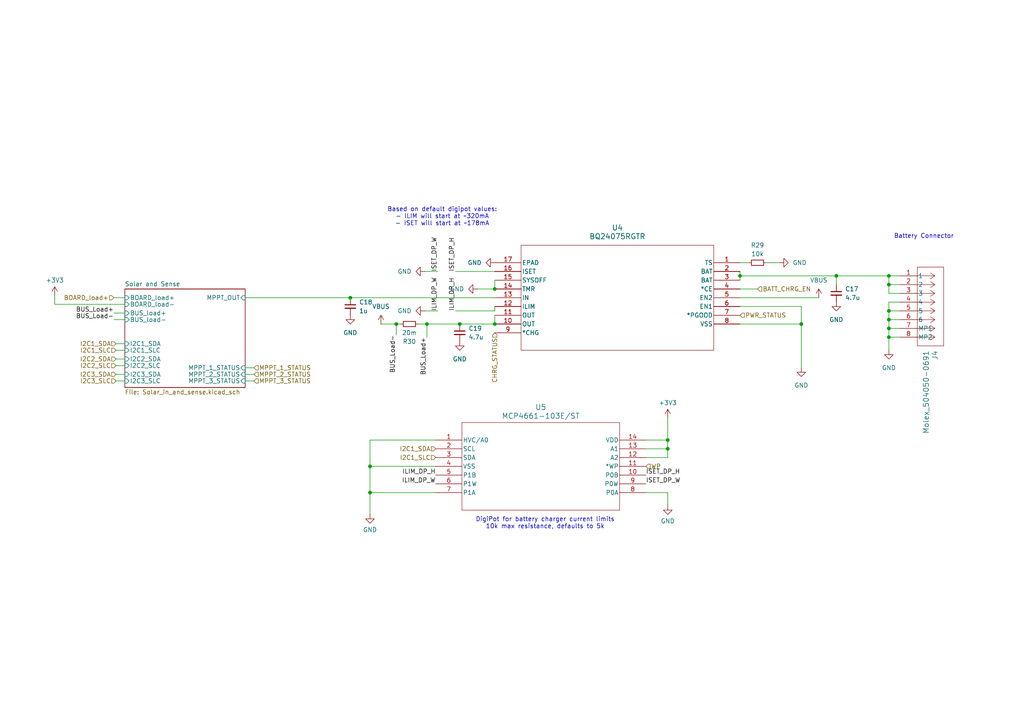
<source format=kicad_sch>
(kicad_sch (version 20231120) (generator "eeschema") (generator_version "8.0")
  (paper "A4")
  (lib_symbols
    (symbol "BQ24075:BQ24075RGTR" (pin_names (offset 0.254))
      (property "Reference" "U" (at 35.56 10.16 0))
      (property "Value" "BQ24075RGTR" (at 35.56 7.62 0))
      (symbol "BQ24075RGTR_0_1"
        (polyline (pts (xy 7.62 -25.4) (xy 63.5 -25.4)) (stroke (width 0.127)))
        (polyline (pts (xy 7.62 5.08) (xy 7.62 -25.4)) (stroke (width 0.127)))
        (polyline (pts (xy 63.5 -25.4) (xy 63.5 5.08)) (stroke (width 0.127)))
        (polyline (pts (xy 63.5 5.08) (xy 7.62 5.08)) (stroke (width 0.127)))
        (pin input line (at 0 0 0) (length 7.62) (name "TS") (number "1"))
        (pin output line (at 71.12 -17.78 180) (length 7.62) (name "OUT") (number "10"))
        (pin output line (at 71.12 -15.24 180) (length 7.62) (name "OUT") (number "11"))
        (pin input line (at 71.12 -12.7 180) (length 7.62) (name "ILIM") (number "12"))
        (pin input line (at 71.12 -10.16 180) (length 7.62) (name "IN") (number "13"))
        (pin input line (at 71.12 -7.62 180) (length 7.62) (name "TMR") (number "14"))
        (pin input line (at 71.12 -5.08 180) (length 7.62) (name "SYSOFF") (number "15"))
        (pin bidirectional line (at 71.12 -2.54 180) (length 7.62) (name "ISET") (number "16"))
        (pin power_in line (at 71.12 0 180) (length 7.62) (name "EPAD") (number "17"))
        (pin bidirectional line (at 0 -2.54 0) (length 7.62) (name "BAT") (number "2"))
        (pin bidirectional line (at 0 -5.08 0) (length 7.62) (name "BAT") (number "3"))
        (pin input line (at 0 -7.62 0) (length 7.62) (name "*CE") (number "4"))
        (pin input line (at 0 -10.16 0) (length 7.62) (name "EN2") (number "5"))
        (pin input line (at 0 -12.7 0) (length 7.62) (name "EN1") (number "6"))
        (pin output line (at 0 -15.24 0) (length 7.62) (name "*PGOOD") (number "7"))
        (pin power_in line (at 0 -17.78 0) (length 7.62) (name "VSS") (number "8"))
        (pin output line (at 71.12 -20.32 180) (length 7.62) (name "*CHG") (number "9"))
      )
    )
    (symbol "Device:C_Small" (pin_numbers hide) (pin_names (offset 0.254) hide)
      (property "Reference" "C" (at 0.254 1.778 0))
      (property "Value" "C_Small" (at 0.254 -2.032 0))
      (symbol "C_Small_0_1"
        (polyline (pts (xy -1.524 -0.508) (xy 1.524 -0.508)) (stroke (width 0.3302)))
        (polyline (pts (xy -1.524 0.508) (xy 1.524 0.508)) (stroke (width 0.3048)))
      )
      (symbol "C_Small_1_1"
        (pin passive line (at 0 2.54 270) (length 2.032) (name "~") (number "1"))
        (pin passive line (at 0 -2.54 90) (length 2.032) (name "~") (number "2"))
      )
    )
    (symbol "Device:R_Small" (pin_numbers hide) (pin_names (offset 0.254) hide)
      (property "Reference" "R" (at 0.762 0.508 0))
      (property "Value" "R_Small" (at 0.762 -1.016 0))
      (symbol "R_Small_0_1"
        (rectangle (start -0.762 1.778) (end 0.762 -1.778) (stroke (width 0.2032)))
      )
      (symbol "R_Small_1_1"
        (pin passive line (at 0 2.54 270) (length 0.762) (name "~") (number "1"))
        (pin passive line (at 0 -2.54 90) (length 0.762) (name "~") (number "2"))
      )
    )
    (symbol "MCP4661:MCP4661-103E_ST" (pin_names (offset 0.254))
      (property "Reference" "U" (at 30.48 10.16 0))
      (property "Value" "MCP4661-103E/ST" (at 30.48 7.62 0))
      (symbol "MCP4661-103E_ST_0_1"
        (polyline (pts (xy 7.62 -20.32) (xy 53.34 -20.32)) (stroke (width 0.127)))
        (polyline (pts (xy 7.62 5.08) (xy 7.62 -20.32)) (stroke (width 0.127)))
        (polyline (pts (xy 53.34 -20.32) (xy 53.34 5.08)) (stroke (width 0.127)))
        (polyline (pts (xy 53.34 5.08) (xy 7.62 5.08)) (stroke (width 0.127)))
        (pin input line (at 0 0 0) (length 7.62) (name "HVC/A0") (number "1"))
        (pin input line (at 60.96 -7.62 180) (length 7.62) (name "*WP") (number "11"))
        (pin input line (at 60.96 -5.08 180) (length 7.62) (name "A2") (number "12"))
        (pin input line (at 60.96 -2.54 180) (length 7.62) (name "A1") (number "13"))
        (pin power_in line (at 60.96 0 180) (length 7.62) (name "VDD") (number "14"))
        (pin input line (at 0 -2.54 0) (length 7.62) (name "SCL") (number "2"))
        (pin bidirectional line (at 0 -5.08 0) (length 7.62) (name "SDA") (number "3"))
        (pin power_in line (at 0 -7.62 0) (length 7.62) (name "VSS") (number "4"))
      )
      (symbol "MCP4661-103E_ST_1_1"
        (pin passive line (at 60.96 -10.16 180) (length 7.62) (name "P0B") (number "10"))
        (pin passive line (at 0 -10.16 0) (length 7.62) (name "P1B") (number "5"))
        (pin passive line (at 0 -12.7 0) (length 7.62) (name "P1W") (number "6"))
        (pin passive line (at 0 -15.24 0) (length 7.62) (name "P1A") (number "7"))
        (pin passive line (at 60.96 -15.24 180) (length 7.62) (name "P0A") (number "8"))
        (pin passive line (at 60.96 -12.7 180) (length 7.62) (name "P0W") (number "9"))
      )
    )
    (symbol "TVSC:Molex_504050-0691" (pin_names (offset 0.254))
      (property "Reference" "J" (at 13.97 -7.62 0))
      (property "Value" "Molex_504050-0691" (at 25.4 -10.16 0))
      (symbol "Molex_504050-0691_1_1"
        (polyline (pts (xy 5.08 -20.32) (xy 12.7 -20.32)) (stroke (width 0.127)))
        (polyline (pts (xy 5.08 2.54) (xy 5.08 -20.32)) (stroke (width 0.127)))
        (polyline (pts (xy 10.16 -17.78) (xy 5.08 -17.78)) (stroke (width 0.127)))
        (polyline (pts (xy 10.16 -17.78) (xy 8.89 -18.6267)) (stroke (width 0.127)))
        (polyline (pts (xy 10.16 -17.78) (xy 8.89 -16.9333)) (stroke (width 0.127)))
        (polyline (pts (xy 10.16 -15.24) (xy 5.08 -15.24)) (stroke (width 0.127)))
        (polyline (pts (xy 10.16 -15.24) (xy 8.89 -16.0867)) (stroke (width 0.127)))
        (polyline (pts (xy 10.16 -15.24) (xy 8.89 -14.3933)) (stroke (width 0.127)))
        (polyline (pts (xy 10.16 -12.7) (xy 5.08 -12.7)) (stroke (width 0.127)))
        (polyline (pts (xy 10.16 -12.7) (xy 8.89 -13.5467)) (stroke (width 0.127)))
        (polyline (pts (xy 10.16 -12.7) (xy 8.89 -11.8533)) (stroke (width 0.127)))
        (polyline (pts (xy 10.16 -10.16) (xy 5.08 -10.16)) (stroke (width 0.127)))
        (polyline (pts (xy 10.16 -10.16) (xy 8.89 -11.0067)) (stroke (width 0.127)))
        (polyline (pts (xy 10.16 -10.16) (xy 8.89 -9.3133)) (stroke (width 0.127)))
        (polyline (pts (xy 10.16 -7.62) (xy 5.08 -7.62)) (stroke (width 0.127)))
        (polyline (pts (xy 10.16 -7.62) (xy 8.89 -8.4667)) (stroke (width 0.127)))
        (polyline (pts (xy 10.16 -7.62) (xy 8.89 -6.7733)) (stroke (width 0.127)))
        (polyline (pts (xy 10.16 -5.08) (xy 5.08 -5.08)) (stroke (width 0.127)))
        (polyline (pts (xy 10.16 -5.08) (xy 8.89 -5.9267)) (stroke (width 0.127)))
        (polyline (pts (xy 10.16 -5.08) (xy 8.89 -4.2333)) (stroke (width 0.127)))
        (polyline (pts (xy 10.16 -2.54) (xy 5.08 -2.54)) (stroke (width 0.127)))
        (polyline (pts (xy 10.16 -2.54) (xy 8.89 -3.3867)) (stroke (width 0.127)))
        (polyline (pts (xy 10.16 -2.54) (xy 8.89 -1.6933)) (stroke (width 0.127)))
        (polyline (pts (xy 10.16 0) (xy 5.08 0)) (stroke (width 0.127)))
        (polyline (pts (xy 10.16 0) (xy 8.89 -0.8467)) (stroke (width 0.127)))
        (polyline (pts (xy 10.16 0) (xy 8.89 0.8467)) (stroke (width 0.127)))
        (polyline (pts (xy 12.7 -20.32) (xy 12.7 2.54)) (stroke (width 0.127)))
        (polyline (pts (xy 12.7 2.54) (xy 5.08 2.54)) (stroke (width 0.127)))
        (pin passive line (at 0 0 0) (length 5.08) (name "1") (number "1"))
        (pin passive line (at 0 -2.54 0) (length 5.08) (name "2") (number "2"))
        (pin passive line (at 0 -5.08 0) (length 5.08) (name "3") (number "3"))
        (pin passive line (at 0 -7.62 0) (length 5.08) (name "4") (number "4"))
        (pin passive line (at 0 -10.16 0) (length 5.08) (name "5") (number "5"))
        (pin passive line (at 0 -12.7 0) (length 5.08) (name "6") (number "6"))
        (pin power_in line (at 0 -15.24 0) (length 5.08) (name "MP1") (number "7"))
        (pin power_in line (at 0 -17.78 0) (length 5.08) (name "MP2") (number "8"))
      )
      (symbol "Molex_504050-0691_1_2"
        (polyline (pts (xy 5.08 -20.32) (xy 12.7 -20.32)) (stroke (width 0.127)))
        (polyline (pts (xy 5.08 2.54) (xy 5.08 -20.32)) (stroke (width 0.127)))
        (polyline (pts (xy 7.62 -17.78) (xy 5.08 -17.78)) (stroke (width 0.127)))
        (polyline (pts (xy 7.62 -17.78) (xy 8.89 -18.6267)) (stroke (width 0.127)))
        (polyline (pts (xy 7.62 -17.78) (xy 8.89 -16.9333)) (stroke (width 0.127)))
        (polyline (pts (xy 7.62 -15.24) (xy 5.08 -15.24)) (stroke (width 0.127)))
        (polyline (pts (xy 7.62 -15.24) (xy 8.89 -16.0867)) (stroke (width 0.127)))
        (polyline (pts (xy 7.62 -15.24) (xy 8.89 -14.3933)) (stroke (width 0.127)))
        (polyline (pts (xy 7.62 -12.7) (xy 5.08 -12.7)) (stroke (width 0.127)))
        (polyline (pts (xy 7.62 -12.7) (xy 8.89 -13.5467)) (stroke (width 0.127)))
        (polyline (pts (xy 7.62 -12.7) (xy 8.89 -11.8533)) (stroke (width 0.127)))
        (polyline (pts (xy 7.62 -10.16) (xy 5.08 -10.16)) (stroke (width 0.127)))
        (polyline (pts (xy 7.62 -10.16) (xy 8.89 -11.0067)) (stroke (width 0.127)))
        (polyline (pts (xy 7.62 -10.16) (xy 8.89 -9.3133)) (stroke (width 0.127)))
        (polyline (pts (xy 7.62 -7.62) (xy 5.08 -7.62)) (stroke (width 0.127)))
        (polyline (pts (xy 7.62 -7.62) (xy 8.89 -8.4667)) (stroke (width 0.127)))
        (polyline (pts (xy 7.62 -7.62) (xy 8.89 -6.7733)) (stroke (width 0.127)))
        (polyline (pts (xy 7.62 -5.08) (xy 5.08 -5.08)) (stroke (width 0.127)))
        (polyline (pts (xy 7.62 -5.08) (xy 8.89 -5.9267)) (stroke (width 0.127)))
        (polyline (pts (xy 7.62 -5.08) (xy 8.89 -4.2333)) (stroke (width 0.127)))
        (polyline (pts (xy 7.62 -2.54) (xy 5.08 -2.54)) (stroke (width 0.127)))
        (polyline (pts (xy 7.62 -2.54) (xy 8.89 -3.3867)) (stroke (width 0.127)))
        (polyline (pts (xy 7.62 -2.54) (xy 8.89 -1.6933)) (stroke (width 0.127)))
        (polyline (pts (xy 7.62 0) (xy 5.08 0)) (stroke (width 0.127)))
        (polyline (pts (xy 7.62 0) (xy 8.89 -0.8467)) (stroke (width 0.127)))
        (polyline (pts (xy 7.62 0) (xy 8.89 0.8467)) (stroke (width 0.127)))
        (polyline (pts (xy 12.7 -20.32) (xy 12.7 2.54)) (stroke (width 0.127)))
        (polyline (pts (xy 12.7 2.54) (xy 5.08 2.54)) (stroke (width 0.127)))
        (pin unspecified line (at 0 0 0) (length 5.08) (name "1") (number "1"))
        (pin unspecified line (at 0 -2.54 0) (length 5.08) (name "2") (number "2"))
        (pin unspecified line (at 0 -5.08 0) (length 5.08) (name "3") (number "3"))
        (pin unspecified line (at 0 -7.62 0) (length 5.08) (name "4") (number "4"))
        (pin unspecified line (at 0 -10.16 0) (length 5.08) (name "5") (number "5"))
        (pin unspecified line (at 0 -12.7 0) (length 5.08) (name "6") (number "6"))
        (pin unspecified line (at 0 -15.24 0) (length 5.08) (name "7") (number "7"))
        (pin unspecified line (at 0 -17.78 0) (length 5.08) (name "8") (number "8"))
      )
    )
    (symbol "power:+3V3" (power) (pin_numbers hide) (pin_names (offset 0) hide)
      (property "Value" "+3V3" (at 0 3.556 0))
      (symbol "+3V3_0_1"
        (polyline (pts (xy -0.762 1.27) (xy 0 2.54)))
        (polyline (pts (xy 0 0) (xy 0 2.54)))
        (polyline (pts (xy 0 2.54) (xy 0.762 1.27)))
      )
      (symbol "+3V3_1_1"
        (pin power_in line (at 0 0 90) (length 0) (name "~") (number "1"))
      )
    )
    (symbol "power:GND" (power) (pin_numbers hide) (pin_names (offset 0) hide)
      (property "Value" "GND" (at 0 -3.81 0))
      (symbol "GND_0_1"
        (polyline (pts (xy 0 0) (xy 0 -1.27) (xy 1.27 -1.27) (xy 0 -2.54) (xy -1.27 -1.27) (xy 0 -1.27)))
      )
      (symbol "GND_1_1"
        (pin power_in line (at 0 0 270) (length 0) (name "~") (number "1"))
      )
    )
    (symbol "power:VBUS" (power) (pin_numbers hide) (pin_names (offset 0) hide)
      (property "Value" "VBUS" (at 0 3.556 0))
      (symbol "VBUS_0_1"
        (polyline (pts (xy -0.762 1.27) (xy 0 2.54)))
        (polyline (pts (xy 0 0) (xy 0 2.54)))
        (polyline (pts (xy 0 2.54) (xy 0.762 1.27)))
      )
      (symbol "VBUS_1_1"
        (pin power_in line (at 0 0 90) (length 0) (name "~") (number "1"))
      )
    )
  )
  (junction (at 107.315 135.255))
  (junction (at 257.81 82.55))
  (junction (at 123.825 93.98))
  (junction (at 133.35 93.98))
  (junction (at 257.81 80.01))
  (junction (at 214.63 80.01))
  (junction (at 101.6 86.36))
  (junction (at 193.675 127.635))
  (junction (at 242.57 80.01))
  (junction (at 257.81 95.25))
  (junction (at 257.81 97.79))
  (junction (at 143.51 93.98))
  (junction (at 107.315 142.875))
  (junction (at 114.935 93.98))
  (junction (at 232.41 93.98))
  (junction (at 193.675 130.175))
  (junction (at 143.51 83.82))
  (junction (at 257.81 92.71))
  (junction (at 257.81 90.17))
  (wire (pts (xy 214.63 88.9) (xy 232.41 88.9)))
  (wire (pts (xy 33.02 86.36) (xy 36.195 86.36)))
  (wire (pts (xy 257.81 95.25) (xy 260.985 95.25)))
  (wire (pts (xy 132.08 90.17) (xy 143.51 90.17)))
  (wire (pts (xy 257.81 97.79) (xy 257.81 95.25)))
  (wire (pts (xy 214.63 83.82) (xy 219.71 83.82)))
  (wire (pts (xy 126.365 135.255) (xy 107.315 135.255)))
  (wire (pts (xy 123.825 93.98) (xy 123.825 97.79)))
  (wire (pts (xy 110.49 93.98) (xy 114.935 93.98)))
  (wire (pts (xy 107.315 127.635) (xy 107.315 135.255)))
  (wire (pts (xy 193.675 142.875) (xy 187.325 142.875)))
  (wire (pts (xy 143.51 91.44) (xy 143.51 93.98)))
  (wire (pts (xy 71.12 110.49) (xy 73.66 110.49)))
  (wire (pts (xy 193.675 146.685) (xy 193.675 142.875)))
  (wire (pts (xy 214.63 80.01) (xy 242.57 80.01)))
  (wire (pts (xy 232.41 88.9) (xy 232.41 93.98)))
  (wire (pts (xy 138.43 83.82) (xy 143.51 83.82)))
  (wire (pts (xy 214.63 76.2) (xy 217.17 76.2)))
  (wire (pts (xy 33.655 110.49) (xy 36.195 110.49)))
  (wire (pts (xy 214.63 86.36) (xy 237.49 86.36)))
  (wire (pts (xy 193.675 127.635) (xy 187.325 127.635)))
  (wire (pts (xy 143.51 81.28) (xy 143.51 83.82)))
  (wire (pts (xy 33.02 92.71) (xy 36.195 92.71)))
  (wire (pts (xy 187.325 130.175) (xy 193.675 130.175)))
  (wire (pts (xy 114.935 93.98) (xy 114.935 97.155)))
  (wire (pts (xy 257.81 85.09) (xy 257.81 82.55)))
  (wire (pts (xy 114.935 93.98) (xy 116.205 93.98)))
  (wire (pts (xy 123.825 93.98) (xy 133.35 93.98)))
  (wire (pts (xy 232.41 106.68) (xy 232.41 93.98)))
  (wire (pts (xy 260.985 85.09) (xy 257.81 85.09)))
  (wire (pts (xy 15.875 85.725) (xy 15.875 88.265)))
  (wire (pts (xy 257.81 90.17) (xy 260.985 90.17)))
  (wire (pts (xy 107.315 142.875) (xy 126.365 142.875)))
  (wire (pts (xy 107.315 149.225) (xy 107.315 142.875)))
  (wire (pts (xy 214.63 93.98) (xy 232.41 93.98)))
  (wire (pts (xy 33.655 108.585) (xy 36.195 108.585)))
  (wire (pts (xy 33.02 90.805) (xy 36.195 90.805)))
  (wire (pts (xy 123.19 90.17) (xy 127 90.17)))
  (wire (pts (xy 257.81 82.55) (xy 257.81 80.01)))
  (wire (pts (xy 242.57 80.01) (xy 257.81 80.01)))
  (wire (pts (xy 33.655 106.045) (xy 36.195 106.045)))
  (wire (pts (xy 126.365 127.635) (xy 107.315 127.635)))
  (wire (pts (xy 71.12 86.36) (xy 101.6 86.36)))
  (wire (pts (xy 193.675 121.285) (xy 193.675 127.635)))
  (wire (pts (xy 242.57 82.55) (xy 242.57 80.01)))
  (wire (pts (xy 214.63 80.01) (xy 214.63 81.28)))
  (wire (pts (xy 260.985 87.63) (xy 257.81 87.63)))
  (wire (pts (xy 257.81 90.17) (xy 257.81 92.71)))
  (wire (pts (xy 132.08 78.74) (xy 143.51 78.74)))
  (wire (pts (xy 71.12 106.68) (xy 73.66 106.68)))
  (wire (pts (xy 260.985 92.71) (xy 257.81 92.71)))
  (wire (pts (xy 257.81 87.63) (xy 257.81 90.17)))
  (wire (pts (xy 71.12 108.585) (xy 73.66 108.585)))
  (wire (pts (xy 123.19 78.74) (xy 127 78.74)))
  (wire (pts (xy 214.63 78.74) (xy 214.63 80.01)))
  (wire (pts (xy 143.51 90.17) (xy 143.51 88.9)))
  (wire (pts (xy 133.35 93.98) (xy 143.51 93.98)))
  (wire (pts (xy 15.875 88.265) (xy 36.195 88.265)))
  (wire (pts (xy 193.675 132.715) (xy 193.675 130.175)))
  (wire (pts (xy 121.285 93.98) (xy 123.825 93.98)))
  (wire (pts (xy 101.6 86.36) (xy 143.51 86.36)))
  (wire (pts (xy 257.81 92.71) (xy 257.81 95.25)))
  (wire (pts (xy 187.325 132.715) (xy 193.675 132.715)))
  (wire (pts (xy 33.655 101.6) (xy 36.195 101.6)))
  (wire (pts (xy 33.655 99.695) (xy 36.195 99.695)))
  (wire (pts (xy 222.25 76.2) (xy 226.06 76.2)))
  (wire (pts (xy 257.81 97.79) (xy 260.985 97.79)))
  (wire (pts (xy 257.81 101.6) (xy 257.81 97.79)))
  (wire (pts (xy 107.315 142.875) (xy 107.315 135.255)))
  (wire (pts (xy 193.675 130.175) (xy 193.675 127.635)))
  (wire (pts (xy 257.81 80.01) (xy 260.985 80.01)))
  (wire (pts (xy 260.985 82.55) (xy 257.81 82.55)))
  (wire (pts (xy 33.655 104.14) (xy 36.195 104.14)))
  (text "Based on default digipot values:\n- ILIM will start at ~320mA\n- ISET will start at ~178mA" (at 128.27 62.865 0) (effects (font (size 1.27 1.27))))
  (text "Battery Connector" (at 267.97 68.58 0) (effects (font (size 1.27 1.27))))
  (text "DigiPot for battery charger current limits\n10k max resistance, defaults to 5k" (at 158.115 151.765 0) (effects (font (size 1.27 1.27))))
  (label "BUS_Load-" (at 33.02 92.71 180))
  (label "ISET_DP_W" (at 187.325 140.335 0))
  (label "ISET_DP_H" (at 132.08 78.74 90))
  (label "ISET_DP_W" (at 127 78.74 90))
  (label "ILIM_DP_W" (at 127 90.17 90))
  (label "ILIM_DP_H" (at 132.08 90.17 90))
  (label "BUS_Load+" (at 123.825 97.79 270))
  (label "ILIM_DP_W" (at 126.365 140.335 180))
  (label "ISET_DP_H" (at 187.325 137.795 0))
  (label "ILIM_DP_H" (at 126.365 137.795 180))
  (label "BUS_Load+" (at 33.02 90.805 180))
  (label "BUS_Load-" (at 114.935 97.155 270))
  (hierarchical_label "I2C3_SLC" (shape input) (at 33.655 110.49 180))
  (hierarchical_label "BATT_CHRG_EN" (shape input) (at 219.71 83.82 0))
  (hierarchical_label "MPPT_2_STATUS" (shape input) (at 73.66 108.585 0))
  (hierarchical_label "MPPT_1_STATUS" (shape input) (at 73.66 106.68 0))
  (hierarchical_label "MPPT_3_STATUS" (shape input) (at 73.66 110.49 0))
  (hierarchical_label "I2C2_SDA" (shape input) (at 33.655 104.14 180))
  (hierarchical_label "WP" (shape input) (at 187.325 135.255 0))
  (hierarchical_label "I2C3_SDA" (shape input) (at 33.655 108.585 180))
  (hierarchical_label "PWR_STATUS" (shape input) (at 214.63 91.44 0))
  (hierarchical_label "I2C2_SLC" (shape input) (at 33.655 106.045 180))
  (hierarchical_label "I2C1_SLC" (shape input) (at 126.365 132.715 180))
  (hierarchical_label "I2C1_SLC" (shape input) (at 33.655 101.6 180))
  (hierarchical_label "I2C1_SDA" (shape input) (at 33.655 99.695 180))
  (hierarchical_label "BOARD_load+" (shape input) (at 33.02 86.36 180))
  (hierarchical_label "CHRG_STATUS" (shape input) (at 143.51 96.52 270))
  (hierarchical_label "I2C1_SDA" (shape input) (at 126.365 130.175 180))
  (symbol (lib_id "power:+3V3") (at 193.675 121.285 0) (unit 1)
    (property "Reference" "#PWR054" (effects (hide yes)))
    (property "Value" "+3V3" (at 193.675 116.84 0))
    (property "Description" "Power symbol creates a global label with name \"+3V3\"" (effects (hide yes)))
    (instances (project "" (path "" (reference "#PWR054") (unit 1))) (project "" (path "" (reference "#PWR025") (unit 1))))
  )
  (symbol (lib_id "power:GND") (at 133.35 99.06 0) (unit 1)
    (property "Reference" "#PWR051" (effects (hide yes)))
    (property "Value" "GND" (at 133.35 104.14 0))
    (property "Description" "Power symbol creates a global label with name \"GND\" , ground" (effects (hide yes)))
    (instances (project "" (path "" (reference "#PWR051") (unit 1))) (project "" (path "" (reference "#PWR073") (unit 1))))
  )
  (symbol (lib_id "power:GND") (at 101.6 91.44 0) (unit 1)
    (property "Reference" "#PWR049" (effects (hide yes)))
    (property "Value" "GND" (at 101.6 96.52 0))
    (property "Description" "Power symbol creates a global label with name \"GND\" , ground" (effects (hide yes)))
    (instances (project "" (path "" (reference "#PWR049") (unit 1))) (project "" (path "" (reference "#PWR074") (unit 1))))
  )
  (symbol (lib_id "power:GND") (at 138.43 83.82 270) (unit 1)
    (property "Reference" "#PWR044" (effects (hide yes)))
    (property "Value" "GND" (at 134.62 83.8199 90) (effects (justify right)))
    (property "Description" "Power symbol creates a global label with name \"GND\" , ground" (effects (hide yes)))
    (instances (project "" (path "" (reference "#PWR044") (unit 1))) (project "" (path "" (reference "#PWR080") (unit 1))))
  )
  (symbol (lib_id "power:GND") (at 123.19 90.17 270) (unit 1)
    (property "Reference" "#PWR048" (effects (hide yes)))
    (property "Value" "GND" (at 119.38 90.1699 90) (effects (justify right)))
    (property "Description" "Power symbol creates a global label with name \"GND\" , ground" (effects (hide yes)))
    (instances (project "" (path "" (reference "#PWR048") (unit 1))) (project "" (path "" (reference "#PWR079") (unit 1))))
  )
  (symbol (lib_id "TVSC:Molex_504050-0691") (at 260.985 80.01 0) (unit 1)
    (property "Reference" "J4" (at 271.1451 101.6 90) (effects (font (size 1.524 1.524)) (justify right)))
    (property "Value" "Molex_504050-0691" (at 268.6051 101.6 90) (effects (font (size 1.524 1.524)) (justify right)))
    (property "Footprint" "footprints:Molex_504050-0691" (effects (hide yes)))
    (property "Datasheet" "https://www.molex.com/en-us/products/part-detail/5040500691" (effects (hide yes)))
    (property "Description" "6-pin Pico-Lock Header" (effects (hide yes)))
    (property "Manufacturer" "Molex" (effects (hide yes)))
    (property "Manufacturer Part Number" "504050-0691" (effects (hide yes)))
    (property "MPN" "C563981" (effects (hide yes)))
  )
  (symbol (lib_id "power:GND") (at 242.57 87.63 0) (unit 1)
    (property "Reference" "#PWR047" (effects (hide yes)))
    (property "Value" "GND" (at 242.57 92.71 0))
    (property "Description" "Power symbol creates a global label with name \"GND\" , ground" (effects (hide yes)))
    (instances (project "" (path "" (reference "#PWR047") (unit 1))) (project "" (path "" (reference "#PWR077") (unit 1))))
  )
  (symbol (lib_id "power:GND") (at 226.06 76.2 90) (unit 1)
    (property "Reference" "#PWR042" (effects (hide yes)))
    (property "Value" "GND" (at 229.87 76.1999 90) (effects (justify right)))
    (property "Description" "Power symbol creates a global label with name \"GND\" , ground" (effects (hide yes)))
    (instances (project "" (path "" (reference "#PWR042") (unit 1))) (project "" (path "" (reference "#PWR029") (unit 1))))
  )
  (symbol (lib_id "power:+3V3") (at 15.875 85.725 0) (unit 1)
    (property "Reference" "#PWR045" (effects (hide yes)))
    (property "Value" "+3V3" (at 15.875 81.28 0))
    (property "Description" "Power symbol creates a global label with name \"+3V3\"" (effects (hide yes)))
  )
  (symbol (lib_id "power:GND") (at 257.81 101.6 0) (unit 1)
    (property "Reference" "#PWR052" (effects (hide yes)))
    (property "Value" "GND" (at 257.81 106.68 0))
    (property "Description" "Power symbol creates a global label with name \"GND\" , ground" (effects (hide yes)))
  )
  (symbol (lib_id "power:GND") (at 193.675 146.685 0) (unit 1)
    (property "Reference" "#PWR055" (effects (hide yes)))
    (property "Value" "GND" (at 193.675 151.13 0))
    (property "Description" "Power symbol creates a global label with name \"GND\" , ground" (effects (hide yes)))
    (instances (project "" (path "" (reference "#PWR055") (unit 1))) (project "" (path "" (reference "#PWR026") (unit 1))))
  )
  (symbol (lib_id "Device:C_Small") (at 133.35 96.52 0) (unit 1)
    (property "Reference" "C19" (at 135.89 95.2562 0) (effects (justify left)))
    (property "Value" "4.7u" (at 135.89 97.7962 0) (effects (justify left)))
    (property "Description" "Unpolarized capacitor, small symbol" (effects (hide yes)))
    (instances (project "" (path "" (reference "C19") (unit 1))) (project "" (path "" (reference "C?") (unit 1))))
  )
  (symbol (lib_id "power:GND") (at 107.315 149.225 0) (unit 1)
    (property "Reference" "#PWR056" (effects (hide yes)))
    (property "Value" "GND" (at 107.315 153.67 0))
    (property "Description" "Power symbol creates a global label with name \"GND\" , ground" (effects (hide yes)))
    (instances (project "" (path "" (reference "#PWR056") (unit 1))) (project "" (path "" (reference "#PWR024") (unit 1))))
  )
  (symbol (lib_id "Device:C_Small") (at 242.57 85.09 0) (unit 1)
    (property "Reference" "C17" (at 245.11 83.8262 0) (effects (justify left)))
    (property "Value" "4.7u" (at 245.11 86.3662 0) (effects (justify left)))
    (property "Description" "Unpolarized capacitor, small symbol" (effects (hide yes)))
    (instances (project "" (path "" (reference "C17") (unit 1))) (project "" (path "" (reference "C?") (unit 1))))
  )
  (symbol (lib_id "Device:R_Small") (at 219.71 76.2 90) (unit 1)
    (property "Reference" "R29" (at 219.71 71.12 90))
    (property "Value" "10k" (at 219.71 73.66 90))
    (property "Description" "Resistor, small symbol" (effects (hide yes)))
    (instances (project "" (path "" (reference "R29") (unit 1))) (project "" (path "" (reference "R?") (unit 1))))
  )
  (symbol (lib_id "Device:R_Small") (at 118.745 93.98 90) (mirror x) (unit 1)
    (property "Reference" "R30" (at 118.745 99.06 90))
    (property "Value" "20m" (at 118.745 96.52 90))
    (property "Description" "Resistor, small symbol" (effects (hide yes)))
  )
  (symbol (lib_id "power:GND") (at 123.19 78.74 270) (unit 1)
    (property "Reference" "#PWR043" (effects (hide yes)))
    (property "Value" "GND" (at 119.38 78.7399 90) (effects (justify right)))
    (property "Description" "Power symbol creates a global label with name \"GND\" , ground" (effects (hide yes)))
    (instances (project "power_board" (path "" (reference "#PWR043") (unit 1))) (project "power_board" (path "" (reference "#PWR081") (unit 1))))
  )
  (symbol (lib_id "power:GND") (at 143.51 76.2 270) (unit 1)
    (property "Reference" "#PWR041" (effects (hide yes)))
    (property "Value" "GND" (at 139.7 76.1999 90) (effects (justify right)))
    (property "Description" "Power symbol creates a global label with name \"GND\" , ground" (effects (hide yes)))
    (instances (project "" (path "" (reference "#PWR041") (unit 1))) (project "" (path "" (reference "#PWR082") (unit 1))))
  )
  (symbol (lib_id "power:VBUS") (at 237.49 86.36 0) (unit 1)
    (property "Reference" "#PWR046" (effects (hide yes)))
    (property "Value" "VBUS" (at 237.49 81.28 0))
    (property "Description" "Power symbol creates a global label with name \"VBUS\"" (effects (hide yes)))
    (instances (project "" (path "" (reference "#PWR046") (unit 1))) (project "" (path "" (reference "#PWR078") (unit 1))))
  )
  (symbol (lib_id "power:GND") (at 232.41 106.68 0) (unit 1)
    (property "Reference" "#PWR053" (effects (hide yes)))
    (property "Value" "GND" (at 232.41 111.76 0))
    (property "Description" "Power symbol creates a global label with name \"GND\" , ground" (effects (hide yes)))
    (instances (project "" (path "" (reference "#PWR053") (unit 1))) (project "" (path "" (reference "#PWR071") (unit 1))))
  )
  (symbol (lib_id "power:VBUS") (at 110.49 93.98 0) (unit 1)
    (property "Reference" "#PWR050" (effects (hide yes)))
    (property "Value" "VBUS" (at 110.49 88.9 0))
    (property "Description" "Power symbol creates a global label with name \"VBUS\"" (effects (hide yes)))
    (instances (project "" (path "" (reference "#PWR050") (unit 1))) (project "" (path "" (reference "#PWR072") (unit 1))))
  )
  (symbol (lib_id "MCP4661:MCP4661-103E_ST") (at 126.365 127.635 0) (unit 1)
    (property "Reference" "U5" (at 156.845 118.11 0) (effects (font (size 1.524 1.524))))
    (property "Value" "MCP4661-103E/ST" (at 156.845 120.65 0) (effects (font (size 1.524 1.524))))
    (property "Footprint" "TSSOP14_MC_MCH" (effects (hide yes)))
    (property "Datasheet" "MCP4661-103E/ST" (effects (hide yes)))
    (instances (project "" (path "" (reference "U5") (unit 1))) (project "" (path "" (reference "U?") (unit 1))))
  )
  (symbol (lib_id "Device:C_Small") (at 101.6 88.9 0) (unit 1)
    (property "Reference" "C18" (at 104.14 87.6362 0) (effects (justify left)))
    (property "Value" "1u" (at 104.14 90.1762 0) (effects (justify left)))
    (property "Description" "Unpolarized capacitor, small symbol" (effects (hide yes)))
    (instances (project "" (path "" (reference "C18") (unit 1))) (project "" (path "" (reference "C?") (unit 1))))
  )
  (symbol (lib_id "BQ24075:BQ24075RGTR") (at 214.63 76.2 0) (mirror y) (unit 1)
    (property "Reference" "U4" (at 179.07 66.04 0) (effects (font (size 1.524 1.524))))
    (property "Value" "BQ24075RGTR" (at 179.07 68.58 0) (effects (font (size 1.524 1.524))))
    (property "Footprint" "RGT16_1P7X1P7" (effects (hide yes)))
    (property "Datasheet" "BQ24075RGTR" (effects (hide yes)))
    (instances (project "power_board" (path "" (reference "U4") (unit 1))) (project "power_board" (path "" (reference "U?") (unit 1))))
  )
  (sheet (at 36.195 83.82) (size 34.925 28.575) (stroke (width 0.1524))
    (property "Sheetname" "Solar and Sense" (at 36.195 83.1084 0) (effects (justify left bottom)))
    (property "Sheetfile" "Solar_in_and_sense.kicad_sch" (at 36.195 112.9796 0) (effects (justify left top)))
    (pin "I2C3_SLC" input (at 36.195 110.49 180))
    (pin "I2C3_SDA" input (at 36.195 108.585 180))
    (pin "MPPT_OUT" input (at 71.12 86.36 0))
    (pin "MPPT_2_STATUS" input (at 71.12 108.585 0))
    (pin "MPPT_3_STATUS" input (at 71.12 110.49 0))
    (pin "BOARD_load-" input (at 36.195 88.265 180))
    (pin "BOARD_load+" input (at 36.195 86.36 180))
    (pin "MPPT_1_STATUS" input (at 71.12 106.68 0))
    (pin "I2C2_SLC" input (at 36.195 106.045 180))
    (pin "I2C2_SDA" input (at 36.195 104.14 180))
    (pin "BUS_load+" input (at 36.195 90.805 180))
    (pin "BUS_load-" input (at 36.195 92.71 180))
    (pin "I2C1_SDA" input (at 36.195 99.695 180))
    (pin "I2C1_SLC" input (at 36.195 101.6 180))
  )
)
</source>
